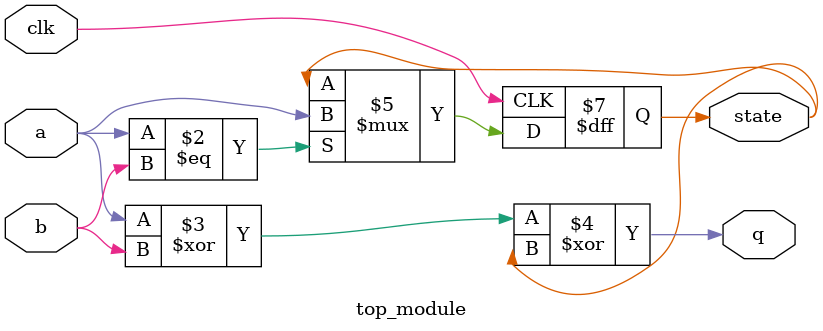
<source format=v>
module top_module (
    input clk,
    input a,
    input b,
    output q,
    output state
);

always @ (posedge clk) 
    if (a == b) state <= a;

assign q = a ^ b ^ state;

endmodule
</source>
